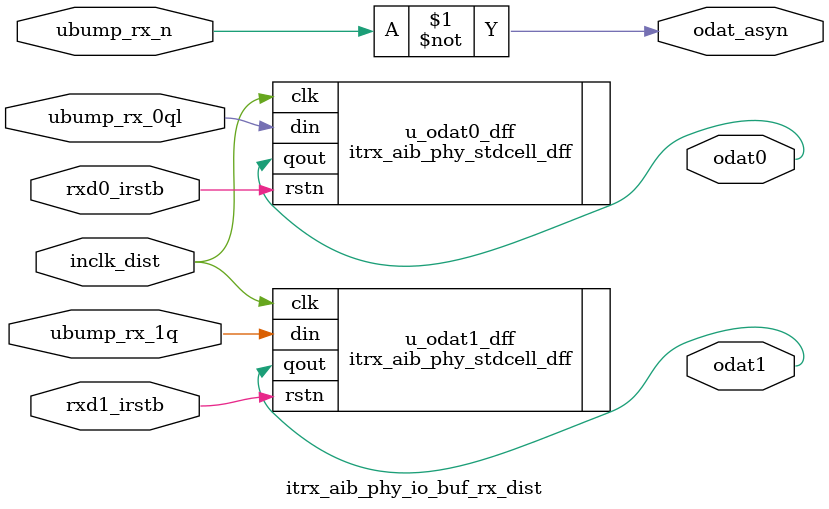
<source format=v>

module itrx_aib_phy_io_buf_rx_dist(/*AUTOARG*/
   // Outputs
   odat0, odat1, odat_asyn,
   // Inputs
   rxd0_irstb, rxd1_irstb, inclk_dist, ubump_rx_0ql, ubump_rx_1q,
   ubump_rx_n
   );

//------------------------------------------------------------------------------
// I/O ports
//
input       rxd0_irstb;   // reset (active low, inclk)
input       rxd1_irstb;   // reset (active low, inclk)
input       inclk_dist;   // retime DFF clock
input       ubump_rx_0ql; // RX data SDR/DDR (captured by inclk)
input       ubump_rx_1q;  // RX data DDR  (captured by inclk)
input       ubump_rx_n;   // RX Async data from ubump Analog output (inverted)

output      odat0;        // RX data SDR/DDR
output      odat1;        // RX data DDR
output      odat_asyn;   // RX Asynchronous data
//------------------------------------------------------------------------------

assign odat_asyn = ~ubump_rx_n;

itrx_aib_phy_stdcell_dff
  u_odat0_dff       (// Outputs
                     .qout              (odat0),
                     // Inputs
                     .din               (ubump_rx_0ql),
                     .clk               (inclk_dist),
                     .rstn              (rxd0_irstb));

itrx_aib_phy_stdcell_dff
  u_odat1_dff       (// Outputs
                     .qout              (odat1),
                     // Inputs
                     .din               (ubump_rx_1q),
                     .clk               (inclk_dist),
                     .rstn              (rxd1_irstb));
/*

//lint: Only applies in the top-level context.
//halstruct: Flip-flop 'odat0/1' has clock not derived from primary input.
//lint_checking CLKNPI off
always @(posedge inclk_dist or negedge rxd0_irstb) begin
  if (!rxd0_irstb) begin
    odat0 <= 1'h0;
  end else begin
    odat0 <= ubump_rx_0ql;
  end
end

always @(posedge inclk_dist or negedge rxd1_irstb) begin
  if (!rxd1_irstb) begin
    odat1 <= 1'h0;
  end else begin
    odat1 <= ubump_rx_1q;
  end
end
//lint_checking CLKNPI on
//lint_checking IOCOMB on

*/

endmodule

</source>
